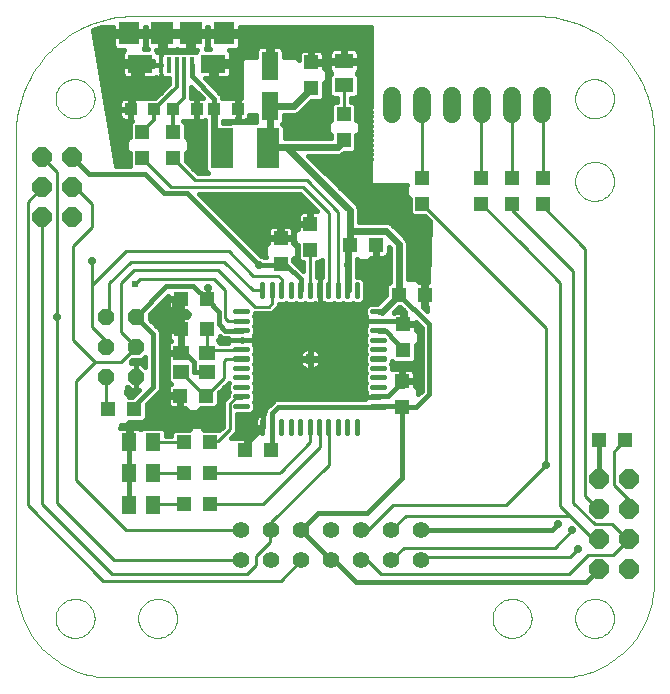
<source format=gtl>
G75*
%MOIN*%
%OFA0B0*%
%FSLAX24Y24*%
%IPPOS*%
%LPD*%
%AMOC8*
5,1,8,0,0,1.08239X$1,22.5*
%
%ADD10C,0.0000*%
%ADD11R,0.0472X0.0472*%
%ADD12R,0.0630X0.0512*%
%ADD13OC8,0.0650*%
%ADD14R,0.0551X0.0945*%
%ADD15C,0.0142*%
%ADD16C,0.0394*%
%ADD17R,0.0157X0.0531*%
%ADD18R,0.0709X0.0748*%
%ADD19R,0.0827X0.0630*%
%ADD20R,0.0748X0.0748*%
%ADD21R,0.0748X0.1339*%
%ADD22R,0.0394X0.0394*%
%ADD23R,0.0551X0.0472*%
%ADD24C,0.0600*%
%ADD25OC8,0.0535*%
%ADD26C,0.0554*%
%ADD27R,0.0512X0.0630*%
%ADD28C,0.0100*%
%ADD29C,0.0240*%
%ADD30C,0.0320*%
%ADD31C,0.0240*%
%ADD32C,0.0277*%
%ADD33C,0.0160*%
%ADD34C,0.0120*%
D10*
X007744Y006169D02*
X022705Y006169D01*
X023236Y008138D02*
X023238Y008188D01*
X023244Y008238D01*
X023254Y008288D01*
X023267Y008336D01*
X023284Y008384D01*
X023305Y008430D01*
X023329Y008474D01*
X023357Y008516D01*
X023388Y008556D01*
X023422Y008593D01*
X023459Y008628D01*
X023498Y008659D01*
X023539Y008688D01*
X023583Y008713D01*
X023629Y008735D01*
X023676Y008753D01*
X023724Y008767D01*
X023773Y008778D01*
X023823Y008785D01*
X023873Y008788D01*
X023924Y008787D01*
X023974Y008782D01*
X024024Y008773D01*
X024072Y008761D01*
X024120Y008744D01*
X024166Y008724D01*
X024211Y008701D01*
X024254Y008674D01*
X024294Y008644D01*
X024332Y008611D01*
X024367Y008575D01*
X024400Y008536D01*
X024429Y008495D01*
X024455Y008452D01*
X024478Y008407D01*
X024497Y008360D01*
X024512Y008312D01*
X024524Y008263D01*
X024532Y008213D01*
X024536Y008163D01*
X024536Y008113D01*
X024532Y008063D01*
X024524Y008013D01*
X024512Y007964D01*
X024497Y007916D01*
X024478Y007869D01*
X024455Y007824D01*
X024429Y007781D01*
X024400Y007740D01*
X024367Y007701D01*
X024332Y007665D01*
X024294Y007632D01*
X024254Y007602D01*
X024211Y007575D01*
X024166Y007552D01*
X024120Y007532D01*
X024072Y007515D01*
X024024Y007503D01*
X023974Y007494D01*
X023924Y007489D01*
X023873Y007488D01*
X023823Y007491D01*
X023773Y007498D01*
X023724Y007509D01*
X023676Y007523D01*
X023629Y007541D01*
X023583Y007563D01*
X023539Y007588D01*
X023498Y007617D01*
X023459Y007648D01*
X023422Y007683D01*
X023388Y007720D01*
X023357Y007760D01*
X023329Y007802D01*
X023305Y007846D01*
X023284Y007892D01*
X023267Y007940D01*
X023254Y007988D01*
X023244Y008038D01*
X023238Y008088D01*
X023236Y008138D01*
X022705Y006169D02*
X022815Y006171D01*
X022925Y006177D01*
X023034Y006186D01*
X023143Y006200D01*
X023252Y006217D01*
X023360Y006238D01*
X023467Y006263D01*
X023573Y006291D01*
X023678Y006323D01*
X023782Y006359D01*
X023885Y006398D01*
X023986Y006441D01*
X024086Y006488D01*
X024184Y006538D01*
X024280Y006591D01*
X024374Y006648D01*
X024466Y006708D01*
X024557Y006771D01*
X024644Y006837D01*
X024730Y006906D01*
X024813Y006978D01*
X024893Y007053D01*
X024971Y007131D01*
X025046Y007211D01*
X025118Y007294D01*
X025187Y007380D01*
X025253Y007467D01*
X025316Y007558D01*
X025376Y007650D01*
X025433Y007744D01*
X025486Y007840D01*
X025536Y007938D01*
X025583Y008038D01*
X025626Y008139D01*
X025665Y008242D01*
X025701Y008346D01*
X025733Y008451D01*
X025761Y008557D01*
X025786Y008664D01*
X025807Y008772D01*
X025824Y008881D01*
X025838Y008990D01*
X025847Y009099D01*
X025853Y009209D01*
X025855Y009319D01*
X025854Y009319D02*
X025854Y013059D01*
X025854Y019870D01*
X025854Y024280D01*
X023236Y025461D02*
X023238Y025511D01*
X023244Y025561D01*
X023254Y025611D01*
X023267Y025659D01*
X023284Y025707D01*
X023305Y025753D01*
X023329Y025797D01*
X023357Y025839D01*
X023388Y025879D01*
X023422Y025916D01*
X023459Y025951D01*
X023498Y025982D01*
X023539Y026011D01*
X023583Y026036D01*
X023629Y026058D01*
X023676Y026076D01*
X023724Y026090D01*
X023773Y026101D01*
X023823Y026108D01*
X023873Y026111D01*
X023924Y026110D01*
X023974Y026105D01*
X024024Y026096D01*
X024072Y026084D01*
X024120Y026067D01*
X024166Y026047D01*
X024211Y026024D01*
X024254Y025997D01*
X024294Y025967D01*
X024332Y025934D01*
X024367Y025898D01*
X024400Y025859D01*
X024429Y025818D01*
X024455Y025775D01*
X024478Y025730D01*
X024497Y025683D01*
X024512Y025635D01*
X024524Y025586D01*
X024532Y025536D01*
X024536Y025486D01*
X024536Y025436D01*
X024532Y025386D01*
X024524Y025336D01*
X024512Y025287D01*
X024497Y025239D01*
X024478Y025192D01*
X024455Y025147D01*
X024429Y025104D01*
X024400Y025063D01*
X024367Y025024D01*
X024332Y024988D01*
X024294Y024955D01*
X024254Y024925D01*
X024211Y024898D01*
X024166Y024875D01*
X024120Y024855D01*
X024072Y024838D01*
X024024Y024826D01*
X023974Y024817D01*
X023924Y024812D01*
X023873Y024811D01*
X023823Y024814D01*
X023773Y024821D01*
X023724Y024832D01*
X023676Y024846D01*
X023629Y024864D01*
X023583Y024886D01*
X023539Y024911D01*
X023498Y024940D01*
X023459Y024971D01*
X023422Y025006D01*
X023388Y025043D01*
X023357Y025083D01*
X023329Y025125D01*
X023305Y025169D01*
X023284Y025215D01*
X023267Y025263D01*
X023254Y025311D01*
X023244Y025361D01*
X023238Y025411D01*
X023236Y025461D01*
X025854Y024280D02*
X025852Y024404D01*
X025846Y024527D01*
X025837Y024651D01*
X025823Y024773D01*
X025806Y024896D01*
X025784Y025018D01*
X025759Y025139D01*
X025730Y025259D01*
X025698Y025378D01*
X025661Y025497D01*
X025621Y025614D01*
X025578Y025729D01*
X025530Y025844D01*
X025479Y025956D01*
X025425Y026067D01*
X025367Y026177D01*
X025306Y026284D01*
X025241Y026390D01*
X025173Y026493D01*
X025102Y026594D01*
X025028Y026693D01*
X024951Y026790D01*
X024870Y026884D01*
X024787Y026975D01*
X024701Y027064D01*
X024612Y027150D01*
X024521Y027233D01*
X024427Y027314D01*
X024330Y027391D01*
X024231Y027465D01*
X024130Y027536D01*
X024027Y027604D01*
X023921Y027669D01*
X023814Y027730D01*
X023704Y027788D01*
X023593Y027842D01*
X023481Y027893D01*
X023366Y027941D01*
X023251Y027984D01*
X023134Y028024D01*
X023015Y028061D01*
X022896Y028093D01*
X022776Y028122D01*
X022655Y028147D01*
X022533Y028169D01*
X022410Y028186D01*
X022288Y028200D01*
X022164Y028209D01*
X022041Y028215D01*
X021917Y028217D01*
X018020Y028217D01*
X017980Y028217D01*
X012469Y028217D01*
X008531Y028217D01*
X005913Y025461D02*
X005915Y025511D01*
X005921Y025561D01*
X005931Y025611D01*
X005944Y025659D01*
X005961Y025707D01*
X005982Y025753D01*
X006006Y025797D01*
X006034Y025839D01*
X006065Y025879D01*
X006099Y025916D01*
X006136Y025951D01*
X006175Y025982D01*
X006216Y026011D01*
X006260Y026036D01*
X006306Y026058D01*
X006353Y026076D01*
X006401Y026090D01*
X006450Y026101D01*
X006500Y026108D01*
X006550Y026111D01*
X006601Y026110D01*
X006651Y026105D01*
X006701Y026096D01*
X006749Y026084D01*
X006797Y026067D01*
X006843Y026047D01*
X006888Y026024D01*
X006931Y025997D01*
X006971Y025967D01*
X007009Y025934D01*
X007044Y025898D01*
X007077Y025859D01*
X007106Y025818D01*
X007132Y025775D01*
X007155Y025730D01*
X007174Y025683D01*
X007189Y025635D01*
X007201Y025586D01*
X007209Y025536D01*
X007213Y025486D01*
X007213Y025436D01*
X007209Y025386D01*
X007201Y025336D01*
X007189Y025287D01*
X007174Y025239D01*
X007155Y025192D01*
X007132Y025147D01*
X007106Y025104D01*
X007077Y025063D01*
X007044Y025024D01*
X007009Y024988D01*
X006971Y024955D01*
X006931Y024925D01*
X006888Y024898D01*
X006843Y024875D01*
X006797Y024855D01*
X006749Y024838D01*
X006701Y024826D01*
X006651Y024817D01*
X006601Y024812D01*
X006550Y024811D01*
X006500Y024814D01*
X006450Y024821D01*
X006401Y024832D01*
X006353Y024846D01*
X006306Y024864D01*
X006260Y024886D01*
X006216Y024911D01*
X006175Y024940D01*
X006136Y024971D01*
X006099Y025006D01*
X006065Y025043D01*
X006034Y025083D01*
X006006Y025125D01*
X005982Y025169D01*
X005961Y025215D01*
X005944Y025263D01*
X005931Y025311D01*
X005921Y025361D01*
X005915Y025411D01*
X005913Y025461D01*
X004594Y024280D02*
X004594Y009319D01*
X005913Y008138D02*
X005915Y008188D01*
X005921Y008238D01*
X005931Y008288D01*
X005944Y008336D01*
X005961Y008384D01*
X005982Y008430D01*
X006006Y008474D01*
X006034Y008516D01*
X006065Y008556D01*
X006099Y008593D01*
X006136Y008628D01*
X006175Y008659D01*
X006216Y008688D01*
X006260Y008713D01*
X006306Y008735D01*
X006353Y008753D01*
X006401Y008767D01*
X006450Y008778D01*
X006500Y008785D01*
X006550Y008788D01*
X006601Y008787D01*
X006651Y008782D01*
X006701Y008773D01*
X006749Y008761D01*
X006797Y008744D01*
X006843Y008724D01*
X006888Y008701D01*
X006931Y008674D01*
X006971Y008644D01*
X007009Y008611D01*
X007044Y008575D01*
X007077Y008536D01*
X007106Y008495D01*
X007132Y008452D01*
X007155Y008407D01*
X007174Y008360D01*
X007189Y008312D01*
X007201Y008263D01*
X007209Y008213D01*
X007213Y008163D01*
X007213Y008113D01*
X007209Y008063D01*
X007201Y008013D01*
X007189Y007964D01*
X007174Y007916D01*
X007155Y007869D01*
X007132Y007824D01*
X007106Y007781D01*
X007077Y007740D01*
X007044Y007701D01*
X007009Y007665D01*
X006971Y007632D01*
X006931Y007602D01*
X006888Y007575D01*
X006843Y007552D01*
X006797Y007532D01*
X006749Y007515D01*
X006701Y007503D01*
X006651Y007494D01*
X006601Y007489D01*
X006550Y007488D01*
X006500Y007491D01*
X006450Y007498D01*
X006401Y007509D01*
X006353Y007523D01*
X006306Y007541D01*
X006260Y007563D01*
X006216Y007588D01*
X006175Y007617D01*
X006136Y007648D01*
X006099Y007683D01*
X006065Y007720D01*
X006034Y007760D01*
X006006Y007802D01*
X005982Y007846D01*
X005961Y007892D01*
X005944Y007940D01*
X005931Y007988D01*
X005921Y008038D01*
X005915Y008088D01*
X005913Y008138D01*
X004594Y009319D02*
X004596Y009209D01*
X004602Y009099D01*
X004611Y008990D01*
X004625Y008881D01*
X004642Y008772D01*
X004663Y008664D01*
X004688Y008557D01*
X004716Y008451D01*
X004748Y008346D01*
X004784Y008242D01*
X004823Y008139D01*
X004866Y008038D01*
X004913Y007938D01*
X004963Y007840D01*
X005016Y007744D01*
X005073Y007650D01*
X005133Y007558D01*
X005196Y007467D01*
X005262Y007380D01*
X005331Y007294D01*
X005403Y007211D01*
X005478Y007131D01*
X005556Y007053D01*
X005636Y006978D01*
X005719Y006906D01*
X005805Y006837D01*
X005892Y006771D01*
X005983Y006708D01*
X006075Y006648D01*
X006169Y006591D01*
X006265Y006538D01*
X006363Y006488D01*
X006463Y006441D01*
X006564Y006398D01*
X006667Y006359D01*
X006771Y006323D01*
X006876Y006291D01*
X006982Y006263D01*
X007089Y006238D01*
X007197Y006217D01*
X007306Y006200D01*
X007415Y006186D01*
X007524Y006177D01*
X007634Y006171D01*
X007744Y006169D01*
X008669Y008138D02*
X008671Y008188D01*
X008677Y008238D01*
X008687Y008288D01*
X008700Y008336D01*
X008717Y008384D01*
X008738Y008430D01*
X008762Y008474D01*
X008790Y008516D01*
X008821Y008556D01*
X008855Y008593D01*
X008892Y008628D01*
X008931Y008659D01*
X008972Y008688D01*
X009016Y008713D01*
X009062Y008735D01*
X009109Y008753D01*
X009157Y008767D01*
X009206Y008778D01*
X009256Y008785D01*
X009306Y008788D01*
X009357Y008787D01*
X009407Y008782D01*
X009457Y008773D01*
X009505Y008761D01*
X009553Y008744D01*
X009599Y008724D01*
X009644Y008701D01*
X009687Y008674D01*
X009727Y008644D01*
X009765Y008611D01*
X009800Y008575D01*
X009833Y008536D01*
X009862Y008495D01*
X009888Y008452D01*
X009911Y008407D01*
X009930Y008360D01*
X009945Y008312D01*
X009957Y008263D01*
X009965Y008213D01*
X009969Y008163D01*
X009969Y008113D01*
X009965Y008063D01*
X009957Y008013D01*
X009945Y007964D01*
X009930Y007916D01*
X009911Y007869D01*
X009888Y007824D01*
X009862Y007781D01*
X009833Y007740D01*
X009800Y007701D01*
X009765Y007665D01*
X009727Y007632D01*
X009687Y007602D01*
X009644Y007575D01*
X009599Y007552D01*
X009553Y007532D01*
X009505Y007515D01*
X009457Y007503D01*
X009407Y007494D01*
X009357Y007489D01*
X009306Y007488D01*
X009256Y007491D01*
X009206Y007498D01*
X009157Y007509D01*
X009109Y007523D01*
X009062Y007541D01*
X009016Y007563D01*
X008972Y007588D01*
X008931Y007617D01*
X008892Y007648D01*
X008855Y007683D01*
X008821Y007720D01*
X008790Y007760D01*
X008762Y007802D01*
X008738Y007846D01*
X008717Y007892D01*
X008700Y007940D01*
X008687Y007988D01*
X008677Y008038D01*
X008671Y008088D01*
X008669Y008138D01*
X020480Y008138D02*
X020482Y008188D01*
X020488Y008238D01*
X020498Y008288D01*
X020511Y008336D01*
X020528Y008384D01*
X020549Y008430D01*
X020573Y008474D01*
X020601Y008516D01*
X020632Y008556D01*
X020666Y008593D01*
X020703Y008628D01*
X020742Y008659D01*
X020783Y008688D01*
X020827Y008713D01*
X020873Y008735D01*
X020920Y008753D01*
X020968Y008767D01*
X021017Y008778D01*
X021067Y008785D01*
X021117Y008788D01*
X021168Y008787D01*
X021218Y008782D01*
X021268Y008773D01*
X021316Y008761D01*
X021364Y008744D01*
X021410Y008724D01*
X021455Y008701D01*
X021498Y008674D01*
X021538Y008644D01*
X021576Y008611D01*
X021611Y008575D01*
X021644Y008536D01*
X021673Y008495D01*
X021699Y008452D01*
X021722Y008407D01*
X021741Y008360D01*
X021756Y008312D01*
X021768Y008263D01*
X021776Y008213D01*
X021780Y008163D01*
X021780Y008113D01*
X021776Y008063D01*
X021768Y008013D01*
X021756Y007964D01*
X021741Y007916D01*
X021722Y007869D01*
X021699Y007824D01*
X021673Y007781D01*
X021644Y007740D01*
X021611Y007701D01*
X021576Y007665D01*
X021538Y007632D01*
X021498Y007602D01*
X021455Y007575D01*
X021410Y007552D01*
X021364Y007532D01*
X021316Y007515D01*
X021268Y007503D01*
X021218Y007494D01*
X021168Y007489D01*
X021117Y007488D01*
X021067Y007491D01*
X021017Y007498D01*
X020968Y007509D01*
X020920Y007523D01*
X020873Y007541D01*
X020827Y007563D01*
X020783Y007588D01*
X020742Y007617D01*
X020703Y007648D01*
X020666Y007683D01*
X020632Y007720D01*
X020601Y007760D01*
X020573Y007802D01*
X020549Y007846D01*
X020528Y007892D01*
X020511Y007940D01*
X020498Y007988D01*
X020488Y008038D01*
X020482Y008088D01*
X020480Y008138D01*
X023236Y022705D02*
X023238Y022755D01*
X023244Y022805D01*
X023254Y022855D01*
X023267Y022903D01*
X023284Y022951D01*
X023305Y022997D01*
X023329Y023041D01*
X023357Y023083D01*
X023388Y023123D01*
X023422Y023160D01*
X023459Y023195D01*
X023498Y023226D01*
X023539Y023255D01*
X023583Y023280D01*
X023629Y023302D01*
X023676Y023320D01*
X023724Y023334D01*
X023773Y023345D01*
X023823Y023352D01*
X023873Y023355D01*
X023924Y023354D01*
X023974Y023349D01*
X024024Y023340D01*
X024072Y023328D01*
X024120Y023311D01*
X024166Y023291D01*
X024211Y023268D01*
X024254Y023241D01*
X024294Y023211D01*
X024332Y023178D01*
X024367Y023142D01*
X024400Y023103D01*
X024429Y023062D01*
X024455Y023019D01*
X024478Y022974D01*
X024497Y022927D01*
X024512Y022879D01*
X024524Y022830D01*
X024532Y022780D01*
X024536Y022730D01*
X024536Y022680D01*
X024532Y022630D01*
X024524Y022580D01*
X024512Y022531D01*
X024497Y022483D01*
X024478Y022436D01*
X024455Y022391D01*
X024429Y022348D01*
X024400Y022307D01*
X024367Y022268D01*
X024332Y022232D01*
X024294Y022199D01*
X024254Y022169D01*
X024211Y022142D01*
X024166Y022119D01*
X024120Y022099D01*
X024072Y022082D01*
X024024Y022070D01*
X023974Y022061D01*
X023924Y022056D01*
X023873Y022055D01*
X023823Y022058D01*
X023773Y022065D01*
X023724Y022076D01*
X023676Y022090D01*
X023629Y022108D01*
X023583Y022130D01*
X023539Y022155D01*
X023498Y022184D01*
X023459Y022215D01*
X023422Y022250D01*
X023388Y022287D01*
X023357Y022327D01*
X023329Y022369D01*
X023305Y022413D01*
X023284Y022459D01*
X023267Y022507D01*
X023254Y022555D01*
X023244Y022605D01*
X023238Y022655D01*
X023236Y022705D01*
X008531Y028217D02*
X008407Y028215D01*
X008284Y028209D01*
X008160Y028200D01*
X008038Y028186D01*
X007915Y028169D01*
X007793Y028147D01*
X007672Y028122D01*
X007552Y028093D01*
X007433Y028061D01*
X007314Y028024D01*
X007197Y027984D01*
X007082Y027941D01*
X006967Y027893D01*
X006855Y027842D01*
X006744Y027788D01*
X006634Y027730D01*
X006527Y027669D01*
X006421Y027604D01*
X006318Y027536D01*
X006217Y027465D01*
X006118Y027391D01*
X006021Y027314D01*
X005927Y027233D01*
X005836Y027150D01*
X005747Y027064D01*
X005661Y026975D01*
X005578Y026884D01*
X005497Y026790D01*
X005420Y026693D01*
X005346Y026594D01*
X005275Y026493D01*
X005207Y026390D01*
X005142Y026284D01*
X005081Y026177D01*
X005023Y026067D01*
X004969Y025956D01*
X004918Y025844D01*
X004870Y025729D01*
X004827Y025614D01*
X004787Y025497D01*
X004750Y025378D01*
X004718Y025259D01*
X004689Y025139D01*
X004664Y025018D01*
X004642Y024896D01*
X004625Y024773D01*
X004611Y024651D01*
X004602Y024527D01*
X004596Y024404D01*
X004594Y024280D01*
D11*
X008807Y024344D03*
X008807Y023477D03*
X009831Y023477D03*
X009831Y024344D03*
X013413Y020815D03*
X013413Y019949D03*
X014398Y020421D03*
X014398Y021287D03*
X015736Y020579D03*
X016602Y020579D03*
X017350Y018925D03*
X018217Y018925D03*
X017508Y017941D03*
X017508Y017075D03*
X017469Y016051D03*
X017469Y015185D03*
X013103Y013748D03*
X012237Y013748D03*
X011051Y014004D03*
X010185Y014004D03*
X010185Y012980D03*
X011051Y012980D03*
X011051Y011957D03*
X010185Y011957D03*
X008531Y015116D03*
X007665Y015116D03*
X010067Y015564D03*
X010933Y015564D03*
X010972Y017769D03*
X010106Y017769D03*
X010087Y018787D03*
X010953Y018787D03*
X015520Y024073D03*
X015520Y024939D03*
X014435Y025805D03*
X014435Y026671D03*
X018138Y022823D03*
X018138Y021957D03*
X020106Y021957D03*
X020106Y022823D03*
X021130Y022823D03*
X021130Y021957D03*
X022154Y021957D03*
X022154Y022823D03*
X024043Y014083D03*
X024909Y014083D03*
D12*
X015530Y025918D03*
X015530Y026706D03*
D13*
X006472Y023508D03*
X006472Y022508D03*
X005472Y022508D03*
X005472Y023508D03*
X005472Y021508D03*
X006472Y021508D03*
X024016Y012787D03*
X024016Y011787D03*
X024016Y010787D03*
X024016Y009787D03*
X025016Y009787D03*
X025016Y010787D03*
X025016Y011787D03*
X025016Y012787D03*
D14*
X013059Y025224D03*
X013059Y026563D03*
D15*
X013121Y019272D02*
X013121Y018864D01*
X013121Y019272D02*
X013155Y019272D01*
X013155Y018864D01*
X013121Y018864D01*
X013121Y019005D02*
X013155Y019005D01*
X013155Y019146D02*
X013121Y019146D01*
X012806Y019272D02*
X012806Y018864D01*
X012806Y019272D02*
X012840Y019272D01*
X012840Y018864D01*
X012806Y018864D01*
X012806Y019005D02*
X012840Y019005D01*
X012840Y019146D02*
X012806Y019146D01*
X013436Y019272D02*
X013436Y018864D01*
X013436Y019272D02*
X013470Y019272D01*
X013470Y018864D01*
X013436Y018864D01*
X013436Y019005D02*
X013470Y019005D01*
X013470Y019146D02*
X013436Y019146D01*
X013751Y019272D02*
X013751Y018864D01*
X013751Y019272D02*
X013785Y019272D01*
X013785Y018864D01*
X013751Y018864D01*
X013751Y019005D02*
X013785Y019005D01*
X013785Y019146D02*
X013751Y019146D01*
X014066Y019272D02*
X014066Y018864D01*
X014066Y019272D02*
X014100Y019272D01*
X014100Y018864D01*
X014066Y018864D01*
X014066Y019005D02*
X014100Y019005D01*
X014100Y019146D02*
X014066Y019146D01*
X014381Y019272D02*
X014381Y018864D01*
X014381Y019272D02*
X014415Y019272D01*
X014415Y018864D01*
X014381Y018864D01*
X014381Y019005D02*
X014415Y019005D01*
X014415Y019146D02*
X014381Y019146D01*
X014696Y019272D02*
X014696Y018864D01*
X014696Y019272D02*
X014730Y019272D01*
X014730Y018864D01*
X014696Y018864D01*
X014696Y019005D02*
X014730Y019005D01*
X014730Y019146D02*
X014696Y019146D01*
X015011Y019272D02*
X015011Y018864D01*
X015011Y019272D02*
X015045Y019272D01*
X015045Y018864D01*
X015011Y018864D01*
X015011Y019005D02*
X015045Y019005D01*
X015045Y019146D02*
X015011Y019146D01*
X015326Y019272D02*
X015326Y018864D01*
X015326Y019272D02*
X015360Y019272D01*
X015360Y018864D01*
X015326Y018864D01*
X015326Y019005D02*
X015360Y019005D01*
X015360Y019146D02*
X015326Y019146D01*
X015640Y019272D02*
X015640Y018864D01*
X015640Y019272D02*
X015674Y019272D01*
X015674Y018864D01*
X015640Y018864D01*
X015640Y019005D02*
X015674Y019005D01*
X015674Y019146D02*
X015640Y019146D01*
X015955Y019272D02*
X015955Y018864D01*
X015955Y019272D02*
X015989Y019272D01*
X015989Y018864D01*
X015955Y018864D01*
X015955Y019005D02*
X015989Y019005D01*
X015989Y019146D02*
X015955Y019146D01*
X016477Y018376D02*
X016477Y018342D01*
X016477Y018376D02*
X016885Y018376D01*
X016885Y018342D01*
X016477Y018342D01*
X016477Y018061D02*
X016477Y018027D01*
X016477Y018061D02*
X016885Y018061D01*
X016885Y018027D01*
X016477Y018027D01*
X016477Y017746D02*
X016477Y017712D01*
X016477Y017746D02*
X016885Y017746D01*
X016885Y017712D01*
X016477Y017712D01*
X016477Y017431D02*
X016477Y017397D01*
X016477Y017431D02*
X016885Y017431D01*
X016885Y017397D01*
X016477Y017397D01*
X016477Y017116D02*
X016477Y017082D01*
X016477Y017116D02*
X016885Y017116D01*
X016885Y017082D01*
X016477Y017082D01*
X016477Y016801D02*
X016477Y016767D01*
X016477Y016801D02*
X016885Y016801D01*
X016885Y016767D01*
X016477Y016767D01*
X016477Y016486D02*
X016477Y016452D01*
X016477Y016486D02*
X016885Y016486D01*
X016885Y016452D01*
X016477Y016452D01*
X016477Y016172D02*
X016477Y016138D01*
X016477Y016172D02*
X016885Y016172D01*
X016885Y016138D01*
X016477Y016138D01*
X016477Y015857D02*
X016477Y015823D01*
X016477Y015857D02*
X016885Y015857D01*
X016885Y015823D01*
X016477Y015823D01*
X016477Y015542D02*
X016477Y015508D01*
X016477Y015542D02*
X016885Y015542D01*
X016885Y015508D01*
X016477Y015508D01*
X016477Y015227D02*
X016477Y015193D01*
X016477Y015227D02*
X016885Y015227D01*
X016885Y015193D01*
X016477Y015193D01*
X015955Y014705D02*
X015955Y014297D01*
X015955Y014705D02*
X015989Y014705D01*
X015989Y014297D01*
X015955Y014297D01*
X015955Y014438D02*
X015989Y014438D01*
X015989Y014579D02*
X015955Y014579D01*
X015640Y014705D02*
X015640Y014297D01*
X015640Y014705D02*
X015674Y014705D01*
X015674Y014297D01*
X015640Y014297D01*
X015640Y014438D02*
X015674Y014438D01*
X015674Y014579D02*
X015640Y014579D01*
X015326Y014705D02*
X015326Y014297D01*
X015326Y014705D02*
X015360Y014705D01*
X015360Y014297D01*
X015326Y014297D01*
X015326Y014438D02*
X015360Y014438D01*
X015360Y014579D02*
X015326Y014579D01*
X015011Y014705D02*
X015011Y014297D01*
X015011Y014705D02*
X015045Y014705D01*
X015045Y014297D01*
X015011Y014297D01*
X015011Y014438D02*
X015045Y014438D01*
X015045Y014579D02*
X015011Y014579D01*
X014696Y014705D02*
X014696Y014297D01*
X014696Y014705D02*
X014730Y014705D01*
X014730Y014297D01*
X014696Y014297D01*
X014696Y014438D02*
X014730Y014438D01*
X014730Y014579D02*
X014696Y014579D01*
X014381Y014705D02*
X014381Y014297D01*
X014381Y014705D02*
X014415Y014705D01*
X014415Y014297D01*
X014381Y014297D01*
X014381Y014438D02*
X014415Y014438D01*
X014415Y014579D02*
X014381Y014579D01*
X014066Y014705D02*
X014066Y014297D01*
X014066Y014705D02*
X014100Y014705D01*
X014100Y014297D01*
X014066Y014297D01*
X014066Y014438D02*
X014100Y014438D01*
X014100Y014579D02*
X014066Y014579D01*
X013751Y014705D02*
X013751Y014297D01*
X013751Y014705D02*
X013785Y014705D01*
X013785Y014297D01*
X013751Y014297D01*
X013751Y014438D02*
X013785Y014438D01*
X013785Y014579D02*
X013751Y014579D01*
X013436Y014705D02*
X013436Y014297D01*
X013436Y014705D02*
X013470Y014705D01*
X013470Y014297D01*
X013436Y014297D01*
X013436Y014438D02*
X013470Y014438D01*
X013470Y014579D02*
X013436Y014579D01*
X013121Y014705D02*
X013121Y014297D01*
X013121Y014705D02*
X013155Y014705D01*
X013155Y014297D01*
X013121Y014297D01*
X013121Y014438D02*
X013155Y014438D01*
X013155Y014579D02*
X013121Y014579D01*
X012806Y014705D02*
X012806Y014297D01*
X012806Y014705D02*
X012840Y014705D01*
X012840Y014297D01*
X012806Y014297D01*
X012806Y014438D02*
X012840Y014438D01*
X012840Y014579D02*
X012806Y014579D01*
X011910Y015193D02*
X011910Y015227D01*
X012318Y015227D01*
X012318Y015193D01*
X011910Y015193D01*
X011910Y015508D02*
X011910Y015542D01*
X012318Y015542D01*
X012318Y015508D01*
X011910Y015508D01*
X011910Y015823D02*
X011910Y015857D01*
X012318Y015857D01*
X012318Y015823D01*
X011910Y015823D01*
X011910Y016138D02*
X011910Y016172D01*
X012318Y016172D01*
X012318Y016138D01*
X011910Y016138D01*
X011910Y016452D02*
X011910Y016486D01*
X012318Y016486D01*
X012318Y016452D01*
X011910Y016452D01*
X011910Y016767D02*
X011910Y016801D01*
X012318Y016801D01*
X012318Y016767D01*
X011910Y016767D01*
X011910Y017082D02*
X011910Y017116D01*
X012318Y017116D01*
X012318Y017082D01*
X011910Y017082D01*
X011910Y017397D02*
X011910Y017431D01*
X012318Y017431D01*
X012318Y017397D01*
X011910Y017397D01*
X011910Y017712D02*
X011910Y017746D01*
X012318Y017746D01*
X012318Y017712D01*
X011910Y017712D01*
X011910Y018027D02*
X011910Y018061D01*
X012318Y018061D01*
X012318Y018027D01*
X011910Y018027D01*
X011910Y018342D02*
X011910Y018376D01*
X012318Y018376D01*
X012318Y018342D01*
X011910Y018342D01*
D16*
X014398Y016784D03*
D17*
X010461Y026583D03*
X010205Y026583D03*
X009949Y026583D03*
X009693Y026583D03*
X009437Y026583D03*
D18*
X008374Y027636D03*
X011524Y027636D03*
D19*
X011169Y026632D03*
X008728Y026632D03*
D20*
X009476Y027636D03*
X010421Y027636D03*
D21*
X011465Y023807D03*
X013000Y023807D03*
D22*
X011996Y025106D03*
X011209Y025106D03*
X010618Y025106D03*
X009831Y025106D03*
X009201Y025106D03*
X008413Y025106D03*
D23*
X010106Y016996D03*
X010106Y016366D03*
X010972Y016366D03*
X010972Y016996D03*
D24*
X017134Y024960D02*
X017134Y025560D01*
X018134Y025560D02*
X018134Y024960D01*
X019134Y024960D02*
X019134Y025560D01*
X020134Y025560D02*
X020134Y024960D01*
X021134Y024960D02*
X021134Y025560D01*
X022134Y025560D02*
X022134Y024960D01*
D25*
X008598Y018193D03*
X007598Y018193D03*
X007598Y017193D03*
X008598Y017193D03*
X008598Y016193D03*
X007598Y016193D03*
D26*
X012106Y011091D03*
X012106Y010091D03*
X013106Y010091D03*
X013106Y011091D03*
X014106Y011091D03*
X015106Y011091D03*
X015106Y010091D03*
X014106Y010091D03*
X016106Y010091D03*
X016106Y011091D03*
X017106Y011091D03*
X017106Y010091D03*
X018106Y010091D03*
X018106Y011091D03*
D27*
X009161Y011917D03*
X008374Y011917D03*
X008374Y012980D03*
X009161Y012980D03*
X009161Y014004D03*
X008374Y014004D03*
D28*
X009161Y014004D02*
X010185Y014004D01*
X011051Y014004D02*
X011091Y014043D01*
X011327Y014043D01*
X011720Y014437D01*
X011720Y015303D01*
X011917Y015500D01*
X012114Y015500D01*
X012114Y015525D01*
X011524Y016155D02*
X010933Y015564D01*
X010908Y015564D01*
X010106Y016366D01*
X010972Y016996D02*
X011076Y017099D01*
X012114Y017099D01*
X012114Y016784D02*
X011588Y016784D01*
X011524Y016720D01*
X011524Y016155D01*
X010972Y016996D02*
X010972Y017783D01*
X010972Y017769D01*
X011563Y018138D02*
X011563Y019083D01*
X011209Y019437D01*
X009516Y019437D01*
X008728Y019437D01*
X008571Y019280D01*
X008531Y019752D02*
X008610Y019752D01*
X011327Y019752D01*
X011720Y019358D01*
X012547Y018531D01*
X012705Y018531D01*
X013020Y018531D01*
X013138Y018650D01*
X013138Y019068D01*
X013453Y019068D02*
X013453Y019437D01*
X013335Y019555D01*
X012508Y019555D01*
X011681Y020382D01*
X008256Y020382D01*
X007114Y019240D01*
X007114Y019161D01*
X007114Y020067D01*
X006484Y020539D02*
X007114Y021169D01*
X007114Y021957D01*
X006563Y022508D01*
X006472Y022508D01*
X005972Y023008D02*
X005972Y018728D01*
X005972Y018177D01*
X005972Y014358D01*
X005972Y011980D01*
X007862Y010091D01*
X007839Y010091D01*
X007862Y010091D02*
X010161Y010091D01*
X012106Y010091D01*
X012587Y010224D02*
X012587Y009909D01*
X012311Y009634D01*
X010028Y009634D01*
X007783Y009634D01*
X005461Y011957D01*
X005461Y014476D01*
X005461Y021496D01*
X005500Y021524D01*
X005472Y021508D01*
X004988Y022024D02*
X005472Y022508D01*
X004988Y022024D02*
X004988Y014201D01*
X004988Y014004D01*
X004988Y011917D01*
X007508Y009398D01*
X009594Y009398D01*
X012350Y009398D01*
X013413Y009398D01*
X014106Y010091D01*
X013106Y011091D02*
X013106Y011335D01*
X015028Y013256D01*
X015028Y014501D01*
X014713Y014476D02*
X014713Y014501D01*
X014713Y014476D02*
X014713Y013846D01*
X012862Y011996D01*
X012823Y011957D01*
X011051Y011957D01*
X010185Y011957D02*
X009161Y011957D01*
X009161Y012980D02*
X010185Y012980D01*
X011051Y012980D02*
X013374Y012980D01*
X013413Y013020D01*
X014398Y014004D01*
X014398Y014476D01*
X014398Y014501D01*
X017154Y011917D02*
X020933Y011917D01*
X022272Y013256D01*
X022272Y017823D01*
X018138Y021957D01*
X018138Y022823D02*
X018138Y025224D01*
X018134Y025260D01*
X020106Y025224D02*
X020106Y022823D01*
X020106Y021957D02*
X021484Y020579D01*
X022744Y019319D01*
X022744Y011878D01*
X023059Y011563D01*
X017579Y011563D01*
X017106Y011091D01*
X017516Y010500D02*
X021996Y010500D01*
X022547Y010500D01*
X023138Y011091D01*
X023059Y011563D02*
X023807Y010815D01*
X024004Y010815D01*
X024016Y010787D01*
X023886Y011287D02*
X024476Y011287D01*
X024976Y010787D01*
X025016Y010787D01*
X024492Y010264D01*
X023650Y010264D01*
X023020Y009634D01*
X016760Y009634D01*
X016303Y010091D01*
X016106Y010091D01*
X016106Y011091D02*
X016327Y011091D01*
X017154Y011917D01*
X017516Y010500D02*
X017106Y010091D01*
X018106Y010091D02*
X018201Y010185D01*
X023059Y010185D01*
X023335Y010461D01*
X023886Y011287D02*
X023177Y011996D01*
X023177Y019713D01*
X021130Y021760D01*
X021130Y021957D01*
X021130Y022823D02*
X021130Y025224D01*
X021134Y025260D01*
X020134Y025260D02*
X020106Y025224D01*
X022134Y025260D02*
X022154Y025224D01*
X022154Y022823D01*
X022154Y021957D02*
X022154Y021878D01*
X023571Y020461D01*
X023571Y012232D01*
X024004Y011799D01*
X024016Y011787D01*
X024516Y012587D02*
X025016Y012087D01*
X025016Y011787D01*
X024988Y011799D01*
X024516Y012587D02*
X024516Y013689D01*
X024634Y013807D01*
X024909Y014083D01*
X025016Y012787D02*
X025028Y012783D01*
X015343Y019068D02*
X015343Y021681D01*
X014280Y022744D01*
X010564Y022744D01*
X009831Y023477D01*
X009777Y022508D02*
X008807Y023477D01*
X009777Y022508D02*
X014161Y022508D01*
X015028Y021642D01*
X015028Y019068D01*
X014398Y019068D02*
X014398Y020421D01*
X012823Y019068D02*
X012483Y019068D01*
X011524Y020028D01*
X008413Y020028D01*
X007705Y019319D01*
X007705Y018299D01*
X007598Y018193D01*
X007114Y017862D02*
X007598Y017378D01*
X007598Y017193D01*
X008098Y017693D02*
X008598Y017193D01*
X008126Y016720D01*
X008087Y016681D01*
X007232Y016681D01*
X006484Y017429D01*
X006484Y020539D01*
X007114Y019161D02*
X007114Y017862D01*
X008098Y017693D02*
X008098Y019319D01*
X008531Y019752D01*
X008598Y017244D02*
X008598Y017193D01*
X007598Y016193D02*
X007598Y015305D01*
X007665Y015116D01*
X006602Y014319D02*
X006602Y012744D01*
X006642Y012705D01*
X008256Y011091D01*
X009831Y011091D01*
X012106Y011091D01*
X013059Y011043D02*
X013059Y010697D01*
X012587Y010224D01*
X013059Y011043D02*
X013106Y011091D01*
X007232Y016681D02*
X006602Y016051D01*
X006602Y014319D01*
X005461Y014201D02*
X005461Y014476D01*
X004988Y014201D02*
X004988Y014083D01*
X011563Y018138D02*
X011656Y018044D01*
X012114Y018044D01*
X005972Y023008D02*
X005472Y023508D01*
X015520Y024939D02*
X015539Y024949D01*
X015539Y025894D01*
X015530Y025918D01*
D29*
X014949Y026681D03*
X014437Y027154D03*
X015539Y027232D03*
X016327Y026720D03*
X014949Y024988D03*
X013807Y024398D03*
X014870Y023335D03*
X014398Y021799D03*
X013413Y021366D03*
X012902Y020815D03*
X012390Y021720D03*
X011130Y022114D03*
X010618Y023335D03*
X010618Y024555D03*
X011996Y024713D03*
X011996Y025657D03*
X011169Y026051D03*
X011878Y026642D03*
X012114Y027626D03*
X013059Y027272D03*
X009476Y027035D03*
X009437Y025972D03*
X008492Y025815D03*
X007902Y025106D03*
X008256Y024594D03*
X008177Y023492D03*
X007941Y026642D03*
X007744Y027626D03*
X014713Y019594D03*
X014713Y018492D03*
X014398Y017350D03*
X014949Y016799D03*
X014398Y016327D03*
X013846Y016799D03*
X012665Y017429D03*
X011563Y017390D03*
X009988Y018256D03*
X009594Y018689D03*
X008571Y019280D03*
X009594Y016996D03*
X009555Y015579D03*
X010067Y015067D03*
X008571Y014594D03*
X012350Y014398D03*
X012823Y015106D03*
X016091Y015539D03*
X017469Y016563D03*
X017980Y016051D03*
X017980Y017823D03*
X017508Y018374D03*
X018138Y019516D03*
X017941Y021091D03*
X016602Y020067D03*
X016091Y018059D03*
X016327Y022193D03*
D30*
X015520Y024073D02*
X015510Y024083D01*
X013059Y025224D02*
X013000Y025165D01*
D31*
X013059Y025224D02*
X013855Y025224D01*
X014435Y025805D01*
X013059Y025224D02*
X013059Y023866D01*
X013610Y023866D01*
X015736Y021740D01*
X015736Y021051D01*
X016917Y021051D01*
X017350Y020618D01*
X017350Y018925D01*
X016784Y018359D01*
X015657Y019068D02*
X015657Y019909D01*
X015657Y020500D01*
X015736Y020579D01*
X015736Y021051D01*
X015736Y020539D01*
X015313Y023866D02*
X013610Y023866D01*
X013059Y023866D02*
X013000Y023807D01*
X011465Y023807D02*
X011209Y024063D01*
X011209Y025106D01*
X015313Y023866D02*
X015520Y024073D01*
D32*
X015657Y019909D03*
X012705Y019909D03*
X011012Y019161D03*
X007114Y020067D03*
X005972Y018177D03*
X022272Y013256D03*
X022665Y011287D03*
X023138Y011091D03*
X023335Y010461D03*
D33*
X024016Y009787D02*
X023587Y009358D01*
X015933Y009358D01*
X015201Y010091D01*
X015106Y010091D01*
X014106Y011091D01*
X014657Y011642D01*
X016248Y011642D01*
X016287Y011642D01*
X017469Y012823D01*
X017469Y015185D01*
X017941Y015185D01*
X018374Y015618D01*
X018374Y017941D01*
X017862Y018453D01*
X017823Y018453D01*
X017350Y018925D01*
X016934Y018933D02*
X016934Y019236D01*
X017040Y019341D01*
X017050Y019341D01*
X017050Y020494D01*
X017019Y020526D01*
X017019Y020319D01*
X017006Y020273D01*
X016983Y020232D01*
X016949Y020198D01*
X016908Y020175D01*
X016862Y020163D01*
X016640Y020163D01*
X016640Y020541D01*
X016564Y020541D01*
X016564Y020163D01*
X016428Y020163D01*
X016428Y020150D01*
X016323Y020044D01*
X016016Y020044D01*
X015957Y020103D01*
X015957Y020018D01*
X015976Y019973D01*
X015976Y019846D01*
X015957Y019801D01*
X015957Y019524D01*
X016040Y019524D01*
X016132Y019485D01*
X016203Y019415D01*
X016241Y019323D01*
X016241Y018813D01*
X016203Y018721D01*
X016132Y018651D01*
X016040Y018612D01*
X015905Y018612D01*
X015815Y018650D01*
X015725Y018612D01*
X015590Y018612D01*
X015500Y018650D01*
X015410Y018612D01*
X015275Y018612D01*
X015185Y018650D01*
X015095Y018612D01*
X014960Y018612D01*
X014868Y018651D01*
X014866Y018652D01*
X014849Y018641D01*
X014803Y018622D01*
X014755Y018612D01*
X014713Y018612D01*
X014713Y019068D01*
X014713Y019068D01*
X014713Y019524D01*
X014755Y019524D01*
X014798Y019515D01*
X014798Y020094D01*
X014708Y020005D01*
X014628Y020005D01*
X014628Y019515D01*
X014670Y019524D01*
X014713Y019524D01*
X014713Y019068D01*
X014713Y019068D01*
X014713Y018612D01*
X014670Y018612D01*
X014622Y018622D01*
X014576Y018641D01*
X014559Y018652D01*
X014557Y018651D01*
X014465Y018612D01*
X014330Y018612D01*
X014240Y018650D01*
X014150Y018612D01*
X014015Y018612D01*
X013925Y018650D01*
X013835Y018612D01*
X013700Y018612D01*
X013610Y018650D01*
X013520Y018612D01*
X013385Y018612D01*
X013368Y018620D01*
X013368Y018554D01*
X013250Y018436D01*
X013115Y018301D01*
X012570Y018301D01*
X012570Y018292D01*
X012533Y018202D01*
X012570Y018112D01*
X012570Y017977D01*
X012533Y017887D01*
X012570Y017797D01*
X012570Y017662D01*
X012532Y017570D01*
X012530Y017568D01*
X012541Y017551D01*
X012560Y017505D01*
X012570Y017457D01*
X012570Y017414D01*
X012114Y017414D01*
X012114Y017368D01*
X012114Y017368D01*
X012114Y017414D01*
X012114Y017414D01*
X011659Y017414D01*
X011659Y017372D01*
X011667Y017329D01*
X011405Y017329D01*
X011333Y017402D01*
X011389Y017458D01*
X011389Y017551D01*
X011430Y017509D01*
X011526Y017469D01*
X011661Y017469D01*
X011659Y017457D01*
X011659Y017414D01*
X012114Y017414D01*
X012114Y017414D01*
X012114Y017414D01*
X012114Y017461D01*
X012114Y017461D01*
X012114Y017414D01*
X012114Y017414D01*
X012570Y017414D01*
X012570Y017372D01*
X012560Y017323D01*
X012541Y017278D01*
X012530Y017261D01*
X012532Y017259D01*
X012570Y017167D01*
X012570Y017032D01*
X012533Y016942D01*
X012570Y016852D01*
X012570Y016717D01*
X012533Y016627D01*
X012570Y016537D01*
X012570Y016402D01*
X012533Y016312D01*
X012570Y016222D01*
X012570Y016087D01*
X012533Y015997D01*
X012570Y015907D01*
X012570Y015772D01*
X012533Y015682D01*
X012570Y015592D01*
X012570Y015457D01*
X012533Y015367D01*
X012570Y015277D01*
X012570Y015142D01*
X012532Y015050D01*
X012461Y014979D01*
X012369Y014941D01*
X011950Y014941D01*
X011950Y014342D01*
X011756Y014147D01*
X011922Y014146D01*
X011932Y014152D01*
X011977Y014164D01*
X012199Y014164D01*
X012199Y014145D01*
X012275Y014145D01*
X012275Y014164D01*
X012412Y014164D01*
X012412Y014177D01*
X012517Y014282D01*
X012554Y014282D01*
X012554Y014501D01*
X012823Y014501D01*
X012823Y014501D01*
X012823Y014957D01*
X012865Y014957D01*
X012878Y014954D01*
X012878Y015040D01*
X012917Y015135D01*
X013114Y015332D01*
X013187Y015405D01*
X013283Y015445D01*
X016233Y015445D01*
X016226Y015482D01*
X016226Y015525D01*
X016681Y015525D01*
X016681Y015525D01*
X016696Y015539D01*
X016996Y015539D01*
X017469Y016012D01*
X017469Y016051D01*
X017507Y016013D02*
X017507Y015877D01*
X017430Y015877D01*
X017430Y016013D01*
X017507Y016013D01*
X017507Y016089D01*
X017885Y016089D01*
X017885Y016311D01*
X017872Y016357D01*
X017849Y016398D01*
X017815Y016431D01*
X017774Y016455D01*
X017728Y016467D01*
X017507Y016467D01*
X017507Y016089D01*
X017430Y016089D01*
X017430Y016467D01*
X017209Y016467D01*
X017163Y016455D01*
X017137Y016440D01*
X017137Y016537D01*
X017099Y016627D01*
X017137Y016717D01*
X017137Y016719D01*
X017197Y016659D01*
X017819Y016659D01*
X017924Y016764D01*
X017924Y017249D01*
X017937Y017249D01*
X018042Y017355D01*
X018042Y017661D01*
X017937Y017767D01*
X017924Y017767D01*
X017924Y017903D01*
X017546Y017903D01*
X017546Y017979D01*
X017924Y017979D01*
X017924Y018023D01*
X018114Y017833D01*
X018114Y015726D01*
X018003Y015615D01*
X018003Y015771D01*
X017897Y015877D01*
X017885Y015877D01*
X017885Y016013D01*
X017507Y016013D01*
X017507Y015996D02*
X017430Y015996D01*
X017430Y016155D02*
X017507Y016155D01*
X017507Y016313D02*
X017430Y016313D01*
X017137Y016472D02*
X018114Y016472D01*
X018114Y016630D02*
X017101Y016630D01*
X017508Y017075D02*
X016932Y017729D01*
X016681Y017729D01*
X016681Y018044D02*
X016226Y018044D01*
X016226Y018002D01*
X016235Y017953D01*
X016254Y017908D01*
X016265Y017891D01*
X016264Y017889D01*
X016226Y017797D01*
X016226Y017662D01*
X016263Y017572D01*
X016226Y017482D01*
X016226Y017347D01*
X016263Y017257D01*
X016226Y017167D01*
X016226Y017032D01*
X016263Y016942D01*
X016226Y016852D01*
X016226Y016717D01*
X016263Y016627D01*
X016226Y016537D01*
X016226Y016402D01*
X016263Y016312D01*
X016226Y016222D01*
X016226Y016087D01*
X016263Y015997D01*
X016226Y015907D01*
X016226Y015772D01*
X016264Y015680D01*
X016265Y015678D01*
X016254Y015661D01*
X016235Y015615D01*
X016226Y015567D01*
X016226Y015525D01*
X016681Y015525D01*
X016681Y015210D02*
X016878Y015210D01*
X016853Y015185D01*
X013335Y015185D01*
X013138Y014988D01*
X013138Y014501D01*
X013138Y013782D01*
X013103Y013748D01*
X012823Y014501D02*
X012823Y014501D01*
X012237Y013915D01*
X012237Y013748D01*
X012272Y013768D01*
X012272Y014043D01*
X012311Y014083D01*
X012350Y014083D01*
X012350Y013965D01*
X012311Y013965D01*
X012311Y014043D01*
X012272Y014083D01*
X012275Y014161D01*
X012487Y014253D02*
X011862Y014253D01*
X011950Y014411D02*
X012554Y014411D01*
X012554Y014501D02*
X012823Y014501D01*
X012823Y014957D01*
X012780Y014957D01*
X012732Y014947D01*
X012686Y014928D01*
X012645Y014901D01*
X012610Y014866D01*
X012583Y014825D01*
X012564Y014779D01*
X012554Y014730D01*
X012554Y014501D01*
X012554Y014570D02*
X011950Y014570D01*
X011950Y014728D02*
X012554Y014728D01*
X012631Y014887D02*
X011950Y014887D01*
X011490Y014887D02*
X008948Y014887D01*
X008948Y014805D02*
X008948Y015273D01*
X009309Y015634D01*
X009382Y015707D01*
X009421Y015803D01*
X009421Y017682D01*
X009382Y017777D01*
X009046Y018113D01*
X009046Y018273D01*
X009670Y018897D01*
X009670Y018826D01*
X010048Y018826D01*
X010048Y018749D01*
X009670Y018749D01*
X009670Y018527D01*
X009683Y018482D01*
X009706Y018441D01*
X009740Y018407D01*
X009781Y018383D01*
X009827Y018371D01*
X010049Y018371D01*
X010049Y018749D01*
X010125Y018749D01*
X010125Y018371D01*
X010261Y018371D01*
X010261Y018359D01*
X010351Y018268D01*
X010281Y018198D01*
X010281Y018185D01*
X010144Y018185D01*
X010144Y017807D01*
X010068Y017807D01*
X010068Y017731D01*
X009690Y017731D01*
X009690Y017509D01*
X009702Y017463D01*
X009726Y017422D01*
X009753Y017395D01*
X009720Y017376D01*
X009687Y017343D01*
X009663Y017302D01*
X009651Y017256D01*
X009651Y017034D01*
X010068Y017034D01*
X010068Y016958D01*
X009651Y016958D01*
X009651Y016736D01*
X009663Y016690D01*
X009663Y016690D01*
X009651Y016677D01*
X009651Y016055D01*
X009747Y015959D01*
X009720Y015944D01*
X009687Y015911D01*
X009663Y015870D01*
X009651Y015824D01*
X009651Y015602D01*
X010029Y015602D01*
X010029Y015526D01*
X010105Y015526D01*
X010105Y015148D01*
X010241Y015148D01*
X010241Y015135D01*
X010347Y015030D01*
X010653Y015030D01*
X010759Y015135D01*
X010759Y015148D01*
X011244Y015148D01*
X011349Y015253D01*
X011349Y015655D01*
X011695Y016000D01*
X011696Y015997D01*
X011659Y015907D01*
X011659Y015772D01*
X011696Y015682D01*
X011659Y015592D01*
X011659Y015567D01*
X011625Y015533D01*
X011490Y015398D01*
X011490Y014532D01*
X011370Y014412D01*
X011362Y014420D01*
X010877Y014420D01*
X010877Y014433D01*
X010771Y014538D01*
X010465Y014538D01*
X010359Y014433D01*
X010359Y014420D01*
X009874Y014420D01*
X009769Y014315D01*
X009769Y014234D01*
X009597Y014234D01*
X009597Y014393D01*
X009492Y014499D01*
X008831Y014499D01*
X008768Y014436D01*
X008740Y014463D01*
X008699Y014487D01*
X008654Y014499D01*
X008422Y014499D01*
X008422Y014160D01*
X008326Y014160D01*
X008326Y014499D01*
X008094Y014499D01*
X008074Y014493D01*
X008089Y014582D01*
X008252Y014582D01*
X008357Y014687D01*
X008357Y014700D01*
X008842Y014700D01*
X008948Y014805D01*
X008871Y014728D02*
X011490Y014728D01*
X011490Y014570D02*
X008087Y014570D01*
X008326Y014411D02*
X008422Y014411D01*
X008374Y014398D02*
X008571Y014594D01*
X008374Y014398D02*
X008374Y014083D01*
X008374Y014004D01*
X008374Y012980D01*
X008374Y012902D01*
X008374Y011917D01*
X009161Y011917D02*
X009161Y011957D01*
X009597Y014253D02*
X009769Y014253D01*
X009865Y014411D02*
X009579Y014411D01*
X009761Y015160D02*
X009807Y015148D01*
X010029Y015148D01*
X010029Y015526D01*
X009651Y015526D01*
X009651Y015304D01*
X009663Y015258D01*
X009687Y015217D01*
X009720Y015184D01*
X009761Y015160D01*
X009700Y015204D02*
X008948Y015204D01*
X008948Y015045D02*
X010331Y015045D01*
X010105Y015204D02*
X010029Y015204D01*
X010029Y015362D02*
X010105Y015362D01*
X010105Y015521D02*
X010029Y015521D01*
X009651Y015521D02*
X009196Y015521D01*
X009354Y015679D02*
X009651Y015679D01*
X009654Y015838D02*
X009421Y015838D01*
X009421Y015996D02*
X009710Y015996D01*
X009651Y016155D02*
X009421Y016155D01*
X009421Y016313D02*
X009651Y016313D01*
X009651Y016472D02*
X009421Y016472D01*
X009421Y016630D02*
X009651Y016630D01*
X009651Y016789D02*
X009421Y016789D01*
X009421Y016947D02*
X009651Y016947D01*
X009651Y017106D02*
X009421Y017106D01*
X009421Y017264D02*
X009653Y017264D01*
X009726Y017423D02*
X009421Y017423D01*
X009421Y017581D02*
X009690Y017581D01*
X009690Y017807D02*
X010068Y017807D01*
X010068Y018185D01*
X009846Y018185D01*
X009801Y018173D01*
X009760Y018149D01*
X009726Y018115D01*
X009702Y018074D01*
X009690Y018029D01*
X009690Y017807D01*
X009690Y017898D02*
X009261Y017898D01*
X009397Y017740D02*
X010068Y017740D01*
X010068Y017731D02*
X010144Y017731D01*
X010144Y017034D01*
X010068Y017034D01*
X010068Y017352D01*
X010068Y017731D01*
X010068Y017581D02*
X010144Y017581D01*
X010144Y017423D02*
X010068Y017423D01*
X010068Y017264D02*
X010144Y017264D01*
X010144Y017106D02*
X010068Y017106D01*
X010106Y016996D02*
X010264Y016957D01*
X010539Y016681D01*
X010539Y016366D01*
X010972Y016366D01*
X011532Y015838D02*
X011659Y015838D01*
X011691Y015996D02*
X011695Y015996D01*
X011695Y015679D02*
X011374Y015679D01*
X011349Y015521D02*
X011613Y015521D01*
X011490Y015362D02*
X011349Y015362D01*
X011300Y015204D02*
X011490Y015204D01*
X011490Y015045D02*
X010669Y015045D01*
X009651Y015362D02*
X009037Y015362D01*
X009161Y015854D02*
X009161Y017630D01*
X008598Y018193D01*
X009606Y019201D01*
X009831Y019201D01*
X010500Y019201D01*
X010953Y018787D01*
X011366Y018335D01*
X011366Y017941D01*
X011578Y017729D01*
X012114Y017729D01*
X012114Y017423D02*
X012114Y017423D01*
X011659Y017423D02*
X011354Y017423D01*
X012532Y017264D02*
X016260Y017264D01*
X016226Y017106D02*
X014595Y017106D01*
X014576Y017118D02*
X014508Y017147D01*
X014435Y017161D01*
X014416Y017161D01*
X014416Y016803D01*
X014379Y016803D01*
X014379Y016766D01*
X014021Y016766D01*
X014021Y016747D01*
X014035Y016675D01*
X014064Y016606D01*
X014105Y016544D01*
X014157Y016492D01*
X014219Y016450D01*
X014288Y016422D01*
X014361Y016408D01*
X014379Y016408D01*
X014379Y016766D01*
X014416Y016766D01*
X014416Y016408D01*
X014435Y016408D01*
X014508Y016422D01*
X014576Y016450D01*
X014638Y016492D01*
X014690Y016544D01*
X014732Y016606D01*
X014760Y016675D01*
X014774Y016747D01*
X014774Y016766D01*
X014416Y016766D01*
X014416Y016803D01*
X014774Y016803D01*
X014774Y016822D01*
X014760Y016894D01*
X014732Y016963D01*
X014690Y017025D01*
X014638Y017077D01*
X014576Y017118D01*
X014416Y017106D02*
X014379Y017106D01*
X014379Y017161D02*
X014361Y017161D01*
X014288Y017147D01*
X014219Y017118D01*
X014157Y017077D01*
X014105Y017025D01*
X014064Y016963D01*
X014035Y016894D01*
X014021Y016822D01*
X014021Y016803D01*
X014379Y016803D01*
X014379Y017161D01*
X014200Y017106D02*
X012570Y017106D01*
X012535Y016947D02*
X014057Y016947D01*
X014054Y016630D02*
X012534Y016630D01*
X012570Y016472D02*
X014187Y016472D01*
X014379Y016472D02*
X014416Y016472D01*
X014416Y016630D02*
X014379Y016630D01*
X014379Y016789D02*
X012570Y016789D01*
X012533Y016313D02*
X016262Y016313D01*
X016226Y016155D02*
X012570Y016155D01*
X012533Y015996D02*
X016262Y015996D01*
X016226Y015838D02*
X012570Y015838D01*
X012534Y015679D02*
X016264Y015679D01*
X016226Y015521D02*
X012570Y015521D01*
X012535Y015362D02*
X013144Y015362D01*
X012986Y015204D02*
X012570Y015204D01*
X012527Y015045D02*
X012880Y015045D01*
X012823Y014887D02*
X012823Y014887D01*
X012823Y014728D02*
X012823Y014728D01*
X012823Y014570D02*
X012823Y014570D01*
X014608Y016472D02*
X016226Y016472D01*
X016261Y016630D02*
X014742Y016630D01*
X014738Y016947D02*
X016261Y016947D01*
X016226Y016789D02*
X014416Y016789D01*
X014416Y016947D02*
X014379Y016947D01*
X013187Y018374D02*
X016226Y018374D01*
X016226Y018427D02*
X016226Y018292D01*
X016264Y018199D01*
X016265Y018198D01*
X016254Y018181D01*
X016235Y018135D01*
X016226Y018087D01*
X016226Y018044D01*
X016681Y018044D01*
X016681Y018044D01*
X017375Y018044D01*
X017508Y017941D01*
X017546Y017979D02*
X017470Y017979D01*
X017470Y018357D01*
X017248Y018357D01*
X017202Y018345D01*
X017184Y018334D01*
X017358Y018509D01*
X017399Y018509D01*
X017551Y018357D01*
X017546Y018357D01*
X017546Y017979D01*
X017546Y018057D02*
X017470Y018057D01*
X017470Y018215D02*
X017546Y018215D01*
X017534Y018374D02*
X017223Y018374D01*
X016784Y018359D02*
X016681Y018359D01*
X016629Y018628D02*
X016426Y018628D01*
X016334Y018590D01*
X016264Y018519D01*
X016226Y018427D01*
X016277Y018532D02*
X013346Y018532D01*
X012538Y018215D02*
X016257Y018215D01*
X016226Y018057D02*
X012570Y018057D01*
X012537Y017898D02*
X016260Y017898D01*
X016226Y017740D02*
X012570Y017740D01*
X012536Y017581D02*
X016259Y017581D01*
X016226Y017423D02*
X012570Y017423D01*
X010953Y018787D02*
X010992Y019142D01*
X011012Y019161D01*
X010125Y018691D02*
X010049Y018691D01*
X010049Y018532D02*
X010125Y018532D01*
X009988Y018492D02*
X009988Y018256D01*
X009949Y018335D02*
X009909Y018374D01*
X009909Y018492D01*
X009988Y018492D01*
X010049Y018374D02*
X010125Y018374D01*
X009949Y018335D02*
X009949Y018059D01*
X009909Y018020D01*
X009870Y018059D01*
X009870Y018098D01*
X009791Y018098D01*
X009791Y017980D01*
X009831Y017980D01*
X009909Y018059D01*
X009909Y018335D01*
X009870Y018374D01*
X009870Y018571D01*
X009870Y018709D01*
X009670Y018691D02*
X009464Y018691D01*
X009623Y018849D02*
X009670Y018849D01*
X009670Y018532D02*
X009306Y018532D01*
X009147Y018374D02*
X009817Y018374D01*
X009698Y018057D02*
X009102Y018057D01*
X009046Y018215D02*
X010298Y018215D01*
X010144Y018057D02*
X010068Y018057D01*
X010068Y017898D02*
X010144Y017898D01*
X008901Y016863D02*
X008784Y016746D01*
X008476Y016746D01*
X008438Y016707D01*
X008427Y016640D01*
X008595Y016640D01*
X008595Y016197D01*
X008602Y016197D01*
X008602Y016640D01*
X008784Y016640D01*
X008901Y016523D01*
X008901Y016863D01*
X008901Y016789D02*
X008827Y016789D01*
X008794Y016630D02*
X008901Y016630D01*
X008602Y016630D02*
X008595Y016630D01*
X008595Y016472D02*
X008602Y016472D01*
X008595Y016313D02*
X008602Y016313D01*
X008602Y016189D02*
X008602Y015746D01*
X008685Y015746D01*
X008472Y015532D01*
X008357Y015532D01*
X008357Y015545D01*
X008263Y015640D01*
X008299Y015860D01*
X008413Y015746D01*
X008595Y015746D01*
X008595Y016189D01*
X008602Y016189D01*
X008595Y016155D02*
X008602Y016155D01*
X008595Y015996D02*
X008602Y015996D01*
X008595Y015838D02*
X008602Y015838D01*
X008619Y015679D02*
X008269Y015679D01*
X008295Y015838D02*
X008321Y015838D01*
X008531Y015224D02*
X009161Y015854D01*
X008531Y015224D02*
X008531Y015116D01*
X008422Y014253D02*
X008326Y014253D01*
X012705Y019870D02*
X012705Y019909D01*
X010303Y022311D01*
X009516Y022311D01*
X008886Y022941D01*
X008492Y022941D01*
X007039Y022941D01*
X006472Y023508D01*
X007847Y023763D02*
X008273Y023763D01*
X008273Y023757D02*
X008378Y023652D01*
X008391Y023652D01*
X008391Y023201D01*
X007942Y023201D01*
X007170Y027767D01*
X007432Y027862D01*
X007840Y027862D01*
X007840Y027716D01*
X008294Y027716D01*
X008294Y027556D01*
X007840Y027556D01*
X007840Y027238D01*
X007852Y027192D01*
X007876Y027151D01*
X007909Y027118D01*
X007950Y027094D01*
X007996Y027082D01*
X008195Y027082D01*
X008171Y027057D01*
X008147Y027016D01*
X008135Y026971D01*
X008135Y026709D01*
X008651Y026709D01*
X008651Y026554D01*
X008806Y026554D01*
X008806Y026137D01*
X009165Y026137D01*
X009211Y026149D01*
X009250Y026172D01*
X009289Y026149D01*
X009335Y026137D01*
X009437Y026137D01*
X009539Y026137D01*
X009540Y026137D01*
X009709Y026137D01*
X009709Y025954D01*
X009238Y025483D01*
X009078Y025483D01*
X008432Y025483D01*
X008432Y025379D01*
X008430Y025378D01*
X008430Y025125D01*
X008395Y025125D01*
X008395Y025483D01*
X008193Y025483D01*
X008147Y025471D01*
X008106Y025447D01*
X008072Y025414D01*
X008049Y025373D01*
X008037Y025327D01*
X008037Y025125D01*
X008395Y025125D01*
X008395Y025088D01*
X008037Y025088D01*
X008037Y024886D01*
X008049Y024840D01*
X008072Y024799D01*
X008106Y024765D01*
X008147Y024742D01*
X008193Y024729D01*
X008395Y024729D01*
X008395Y025088D01*
X008430Y025088D01*
X008430Y024835D01*
X008432Y024833D01*
X008432Y024729D01*
X008466Y024729D01*
X008391Y024654D01*
X008391Y024169D01*
X008378Y024169D01*
X008273Y024064D01*
X008273Y023757D01*
X008273Y023921D02*
X007820Y023921D01*
X007793Y024080D02*
X008289Y024080D01*
X008391Y024238D02*
X007766Y024238D01*
X007740Y024397D02*
X008391Y024397D01*
X008391Y024555D02*
X007713Y024555D01*
X007686Y024714D02*
X008450Y024714D01*
X008430Y024872D02*
X008395Y024872D01*
X008395Y025031D02*
X008430Y025031D01*
X008413Y025106D02*
X008492Y025185D01*
X008492Y025500D01*
X008453Y025500D01*
X008492Y025500D02*
X008492Y026366D01*
X008728Y026602D01*
X008728Y026554D01*
X008728Y026602D02*
X008728Y026632D01*
X008728Y026602D01*
X008651Y026616D02*
X007364Y026616D01*
X007338Y026774D02*
X008135Y026774D01*
X008135Y026933D02*
X007311Y026933D01*
X007284Y027091D02*
X007960Y027091D01*
X007840Y027250D02*
X007257Y027250D01*
X007230Y027408D02*
X007840Y027408D01*
X007840Y027725D02*
X007177Y027725D01*
X007203Y027567D02*
X008294Y027567D01*
X008454Y027567D02*
X009396Y027567D01*
X009396Y027556D02*
X008922Y027556D01*
X008922Y027238D01*
X008935Y027192D01*
X008958Y027151D01*
X008983Y027127D01*
X008848Y027127D01*
X008872Y027151D01*
X008896Y027192D01*
X008908Y027238D01*
X008908Y027556D01*
X008454Y027556D01*
X008454Y027716D01*
X008908Y027716D01*
X008908Y027862D01*
X008922Y027862D01*
X008922Y027716D01*
X009396Y027716D01*
X009396Y027556D01*
X009556Y027556D01*
X009556Y027082D01*
X009874Y027082D01*
X009920Y027094D01*
X009949Y027111D01*
X009978Y027094D01*
X010024Y027082D01*
X010341Y027082D01*
X010341Y027556D01*
X009556Y027556D01*
X009556Y027716D01*
X010030Y027716D01*
X010341Y027716D01*
X010341Y027556D01*
X010501Y027556D01*
X010501Y027082D01*
X010636Y027082D01*
X010612Y027057D01*
X010595Y027028D01*
X009540Y027028D01*
X009539Y027028D01*
X009437Y027028D01*
X009335Y027028D01*
X009307Y027021D01*
X009286Y027057D01*
X009261Y027082D01*
X009396Y027082D01*
X009396Y027556D01*
X009396Y027408D02*
X009556Y027408D01*
X009556Y027250D02*
X009396Y027250D01*
X009396Y027091D02*
X009556Y027091D01*
X009540Y027028D02*
X009540Y027028D01*
X009437Y027028D02*
X009437Y026926D01*
X009437Y026926D01*
X009437Y027028D01*
X009437Y026933D02*
X009437Y026933D01*
X009178Y026709D02*
X008806Y026709D01*
X008806Y026554D01*
X009178Y026554D01*
X009178Y026583D01*
X009434Y026583D01*
X009434Y026583D01*
X009178Y026583D01*
X009178Y026709D01*
X009178Y026616D02*
X008806Y026616D01*
X008806Y026457D02*
X008651Y026457D01*
X008651Y026554D02*
X008651Y026137D01*
X008291Y026137D01*
X008245Y026149D01*
X008204Y026173D01*
X008171Y026206D01*
X008147Y026247D01*
X008135Y026293D01*
X008135Y026554D01*
X008651Y026554D01*
X008651Y026299D02*
X008806Y026299D01*
X008806Y026140D02*
X008651Y026140D01*
X008279Y026140D02*
X007445Y026140D01*
X007472Y025982D02*
X009709Y025982D01*
X009578Y025823D02*
X007498Y025823D01*
X007525Y025665D02*
X009420Y025665D01*
X009261Y025506D02*
X007552Y025506D01*
X007579Y025348D02*
X008042Y025348D01*
X008037Y025189D02*
X007606Y025189D01*
X007632Y025031D02*
X008037Y025031D01*
X008040Y024872D02*
X007659Y024872D01*
X008395Y025189D02*
X008430Y025189D01*
X008430Y025348D02*
X008395Y025348D01*
X008135Y026299D02*
X007418Y026299D01*
X007391Y026457D02*
X008135Y026457D01*
X008908Y027250D02*
X008922Y027250D01*
X008908Y027408D02*
X008922Y027408D01*
X008908Y027725D02*
X008922Y027725D01*
X009556Y027567D02*
X010341Y027567D01*
X010341Y027408D02*
X010501Y027408D01*
X010501Y027556D02*
X010501Y027716D01*
X010975Y027716D01*
X010975Y027862D01*
X010989Y027862D01*
X010989Y027716D01*
X011444Y027716D01*
X011444Y027556D01*
X010989Y027556D01*
X010989Y027238D01*
X011002Y027192D01*
X011025Y027151D01*
X011050Y027127D01*
X010915Y027127D01*
X010939Y027151D01*
X010963Y027192D01*
X010975Y027238D01*
X010975Y027556D01*
X010501Y027556D01*
X010501Y027567D02*
X011444Y027567D01*
X011604Y027567D02*
X016443Y027567D01*
X016444Y027725D02*
X012058Y027725D01*
X012058Y027716D02*
X012058Y027862D01*
X016445Y027862D01*
X016406Y022469D01*
X015428Y022473D01*
X014334Y023566D01*
X015373Y023566D01*
X015483Y023612D01*
X015528Y023657D01*
X015830Y023657D01*
X015936Y023762D01*
X015936Y024247D01*
X015949Y024247D01*
X016054Y024353D01*
X016054Y024659D01*
X015949Y024765D01*
X015936Y024765D01*
X015936Y025250D01*
X015830Y025355D01*
X015769Y025355D01*
X015769Y025482D01*
X015919Y025482D01*
X016024Y025588D01*
X016024Y026249D01*
X015961Y026312D01*
X015989Y026339D01*
X016012Y026380D01*
X016024Y026426D01*
X016024Y026658D01*
X015577Y026658D01*
X015577Y026754D01*
X015482Y026754D01*
X015482Y027142D01*
X015191Y027142D01*
X015145Y027129D01*
X015104Y027106D01*
X015071Y027072D01*
X015047Y027031D01*
X015035Y026985D01*
X015035Y026754D01*
X015482Y026754D01*
X015482Y026658D01*
X015035Y026658D01*
X015035Y026426D01*
X015047Y026380D01*
X015071Y026339D01*
X015098Y026312D01*
X015035Y026249D01*
X015035Y025588D01*
X015140Y025482D01*
X015309Y025482D01*
X015309Y025355D01*
X015209Y025355D01*
X015103Y025250D01*
X015103Y024765D01*
X015091Y024765D01*
X014985Y024659D01*
X014985Y024353D01*
X015091Y024247D01*
X015103Y024247D01*
X015103Y024166D01*
X013554Y024166D01*
X013554Y024551D01*
X013471Y024634D01*
X013515Y024677D01*
X013515Y024924D01*
X013915Y024924D01*
X013920Y024926D01*
X013921Y024926D01*
X013922Y024927D01*
X014025Y024970D01*
X014443Y025388D01*
X014746Y025388D01*
X014852Y025494D01*
X014852Y025979D01*
X014864Y025979D01*
X014970Y026084D01*
X014970Y026391D01*
X014864Y026496D01*
X014852Y026496D01*
X014852Y026633D01*
X014474Y026633D01*
X014474Y026709D01*
X014852Y026709D01*
X014852Y026931D01*
X014839Y026976D01*
X014816Y027017D01*
X014782Y027051D01*
X014741Y027075D01*
X014695Y027087D01*
X014474Y027087D01*
X014474Y026709D01*
X014397Y026709D01*
X014397Y027087D01*
X014176Y027087D01*
X014130Y027075D01*
X014089Y027051D01*
X014055Y027017D01*
X014031Y026976D01*
X014019Y026931D01*
X014019Y026763D01*
X013921Y026861D01*
X013515Y026861D01*
X013515Y027059D01*
X013502Y027105D01*
X013479Y027146D01*
X013445Y027179D01*
X013404Y027203D01*
X013358Y027215D01*
X013117Y027215D01*
X013117Y026861D01*
X013001Y026861D01*
X013001Y027215D01*
X012760Y027215D01*
X012714Y027203D01*
X012673Y027179D01*
X012639Y027146D01*
X012616Y027105D01*
X012603Y027059D01*
X012603Y026861D01*
X012197Y026861D01*
X012092Y026756D01*
X012092Y025483D01*
X012014Y025483D01*
X012014Y025125D01*
X011979Y025125D01*
X011979Y025378D01*
X011978Y025379D01*
X011978Y025483D01*
X011469Y025483D01*
X011469Y025512D01*
X011429Y025608D01*
X011356Y025681D01*
X010900Y026137D01*
X011092Y026137D01*
X011092Y026554D01*
X011247Y026554D01*
X011247Y026137D01*
X011606Y026137D01*
X011652Y026149D01*
X011693Y026173D01*
X011727Y026206D01*
X011750Y026247D01*
X011763Y026293D01*
X011763Y026554D01*
X011247Y026554D01*
X011247Y026709D01*
X011763Y026709D01*
X011763Y026971D01*
X011750Y027016D01*
X011727Y027057D01*
X011702Y027082D01*
X011902Y027082D01*
X011947Y027094D01*
X011988Y027118D01*
X012022Y027151D01*
X012046Y027192D01*
X012058Y027238D01*
X012058Y027556D01*
X011604Y027556D01*
X011604Y027716D01*
X012058Y027716D01*
X012058Y027408D02*
X016442Y027408D01*
X016440Y027250D02*
X012058Y027250D01*
X011937Y027091D02*
X012612Y027091D01*
X012603Y026933D02*
X011763Y026933D01*
X011763Y026774D02*
X012110Y026774D01*
X012092Y026616D02*
X011247Y026616D01*
X011247Y026457D02*
X011092Y026457D01*
X011092Y026299D02*
X011247Y026299D01*
X011247Y026140D02*
X011092Y026140D01*
X011055Y025982D02*
X012092Y025982D01*
X012092Y026140D02*
X011619Y026140D01*
X011763Y026299D02*
X012092Y026299D01*
X012092Y026457D02*
X011763Y026457D01*
X012092Y025823D02*
X011214Y025823D01*
X011372Y025665D02*
X012092Y025665D01*
X012092Y025506D02*
X011469Y025506D01*
X011209Y025461D02*
X011209Y025106D01*
X011209Y025461D02*
X010461Y026209D01*
X010461Y026583D01*
X010501Y027091D02*
X010341Y027091D01*
X010341Y027250D02*
X010501Y027250D01*
X010975Y027250D02*
X010989Y027250D01*
X010975Y027408D02*
X010989Y027408D01*
X010975Y027725D02*
X010989Y027725D01*
X009988Y027091D02*
X009910Y027091D01*
X009437Y026240D02*
X009437Y026240D01*
X009437Y026137D01*
X009437Y026240D01*
X009437Y026140D02*
X009437Y026140D01*
X009540Y026137D02*
X009540Y026137D01*
X009322Y026140D02*
X009178Y026140D01*
X010445Y025857D02*
X010445Y025483D01*
X010600Y025483D01*
X010600Y025379D01*
X010601Y025378D01*
X010601Y025125D01*
X010637Y025125D01*
X010637Y025483D01*
X010818Y025483D01*
X010445Y025857D01*
X010445Y025823D02*
X010478Y025823D01*
X010445Y025665D02*
X010637Y025665D01*
X010795Y025506D02*
X010445Y025506D01*
X010601Y025348D02*
X010637Y025348D01*
X010637Y025189D02*
X010601Y025189D01*
X010601Y025088D02*
X010637Y025088D01*
X010637Y024729D01*
X010839Y024729D01*
X010884Y024742D01*
X010909Y024756D01*
X010909Y024003D01*
X010911Y023999D01*
X010911Y023063D01*
X011000Y022974D01*
X010659Y022974D01*
X010247Y023386D01*
X010247Y023652D01*
X010260Y023652D01*
X010365Y023757D01*
X010365Y024064D01*
X010260Y024169D01*
X010247Y024169D01*
X010247Y024654D01*
X010172Y024729D01*
X010404Y024729D01*
X010600Y024729D01*
X010600Y024833D01*
X010601Y024835D01*
X010601Y025088D01*
X010601Y025031D02*
X010637Y025031D01*
X010637Y024872D02*
X010601Y024872D01*
X010909Y024714D02*
X010187Y024714D01*
X010247Y024555D02*
X010909Y024555D01*
X010909Y024397D02*
X010247Y024397D01*
X010247Y024238D02*
X010909Y024238D01*
X010909Y024080D02*
X010349Y024080D01*
X010365Y023921D02*
X010911Y023921D01*
X010911Y023763D02*
X010365Y023763D01*
X010247Y023604D02*
X010911Y023604D01*
X010911Y023446D02*
X010247Y023446D01*
X010346Y023287D02*
X010911Y023287D01*
X010911Y023129D02*
X010505Y023129D01*
X010704Y022278D02*
X014066Y022278D01*
X014640Y021704D01*
X014436Y021704D01*
X014436Y021326D01*
X014360Y021326D01*
X014360Y021704D01*
X014138Y021704D01*
X014092Y021691D01*
X014051Y021668D01*
X014017Y021634D01*
X013994Y021593D01*
X013981Y021547D01*
X013981Y021326D01*
X014360Y021326D01*
X014360Y021249D01*
X013981Y021249D01*
X013981Y021113D01*
X013969Y021113D01*
X013863Y021008D01*
X013863Y020701D01*
X013969Y020596D01*
X013981Y020596D01*
X013981Y020110D01*
X014087Y020005D01*
X014168Y020005D01*
X014168Y019720D01*
X013831Y020057D01*
X013830Y020058D01*
X013830Y020123D01*
X013842Y020123D01*
X013948Y020229D01*
X013948Y020535D01*
X013842Y020641D01*
X013830Y020641D01*
X013830Y020777D01*
X013452Y020777D01*
X013452Y020853D01*
X013830Y020853D01*
X013830Y021075D01*
X013817Y021121D01*
X013794Y021162D01*
X013760Y021195D01*
X013719Y021219D01*
X013673Y021231D01*
X013451Y021231D01*
X013451Y020853D01*
X013375Y020853D01*
X013375Y020777D01*
X012997Y020777D01*
X012997Y020641D01*
X012984Y020641D01*
X012879Y020535D01*
X012879Y020229D01*
X012938Y020169D01*
X012895Y020169D01*
X012885Y020180D01*
X012768Y020228D01*
X012754Y020228D01*
X010704Y022278D01*
X010804Y022178D02*
X014166Y022178D01*
X014325Y022019D02*
X010963Y022019D01*
X011121Y021861D02*
X014483Y021861D01*
X014436Y021702D02*
X014360Y021702D01*
X014360Y021544D02*
X014436Y021544D01*
X014436Y021385D02*
X014360Y021385D01*
X013981Y021385D02*
X011597Y021385D01*
X011755Y021227D02*
X013137Y021227D01*
X013153Y021231D02*
X013108Y021219D01*
X013067Y021195D01*
X013033Y021162D01*
X013009Y021121D01*
X012997Y021075D01*
X012997Y020853D01*
X013375Y020853D01*
X013375Y021231D01*
X013153Y021231D01*
X013375Y021227D02*
X013451Y021227D01*
X013451Y021068D02*
X013375Y021068D01*
X013375Y020910D02*
X013451Y020910D01*
X013830Y020910D02*
X013863Y020910D01*
X013863Y020751D02*
X013830Y020751D01*
X013890Y020593D02*
X013981Y020593D01*
X013981Y020434D02*
X013948Y020434D01*
X013948Y020276D02*
X013981Y020276D01*
X013981Y020117D02*
X013830Y020117D01*
X013929Y019959D02*
X014168Y019959D01*
X014168Y019800D02*
X014087Y019800D01*
X014083Y019437D02*
X013610Y019909D01*
X013453Y019909D01*
X013413Y019949D01*
X013453Y019909D02*
X012705Y019909D01*
X012706Y020276D02*
X012879Y020276D01*
X012879Y020434D02*
X012548Y020434D01*
X012389Y020593D02*
X012937Y020593D01*
X012997Y020751D02*
X012231Y020751D01*
X012072Y020910D02*
X012997Y020910D01*
X012997Y021068D02*
X011914Y021068D01*
X011438Y021544D02*
X013981Y021544D01*
X014133Y021702D02*
X011280Y021702D01*
X013554Y024238D02*
X015103Y024238D01*
X014985Y024397D02*
X013554Y024397D01*
X013550Y024555D02*
X014985Y024555D01*
X015040Y024714D02*
X013515Y024714D01*
X013515Y024872D02*
X015103Y024872D01*
X015103Y025031D02*
X014086Y025031D01*
X014244Y025189D02*
X015103Y025189D01*
X015202Y025348D02*
X014403Y025348D01*
X014852Y025506D02*
X015116Y025506D01*
X015035Y025665D02*
X014852Y025665D01*
X014852Y025823D02*
X015035Y025823D01*
X015035Y025982D02*
X014867Y025982D01*
X014970Y026140D02*
X015035Y026140D01*
X015085Y026299D02*
X014970Y026299D01*
X015035Y026457D02*
X014903Y026457D01*
X014852Y026616D02*
X015035Y026616D01*
X014988Y026720D02*
X014949Y026760D01*
X014949Y026799D01*
X014909Y026839D01*
X014909Y026957D01*
X014949Y026996D01*
X014949Y027193D01*
X014988Y027193D01*
X014988Y026917D01*
X014949Y026917D01*
X014949Y026957D01*
X014909Y026996D01*
X014831Y026996D01*
X014851Y026933D02*
X015035Y026933D01*
X015035Y026774D02*
X014852Y026774D01*
X014988Y026720D02*
X015500Y026720D01*
X015530Y026706D01*
X015577Y026754D02*
X015577Y027142D01*
X015868Y027142D01*
X015914Y027129D01*
X015955Y027106D01*
X015989Y027072D01*
X016012Y027031D01*
X016024Y026985D01*
X016024Y026754D01*
X015577Y026754D01*
X015577Y026774D02*
X015482Y026774D01*
X015482Y026933D02*
X015577Y026933D01*
X015577Y027091D02*
X015482Y027091D01*
X015969Y027091D02*
X016439Y027091D01*
X016438Y026933D02*
X016024Y026933D01*
X016024Y026774D02*
X016437Y026774D01*
X016436Y026616D02*
X016024Y026616D01*
X016024Y026457D02*
X016435Y026457D01*
X016433Y026299D02*
X015974Y026299D01*
X016024Y026140D02*
X016432Y026140D01*
X016431Y025982D02*
X016024Y025982D01*
X016024Y025823D02*
X016430Y025823D01*
X016429Y025665D02*
X016024Y025665D01*
X015943Y025506D02*
X016428Y025506D01*
X016427Y025348D02*
X015838Y025348D01*
X015936Y025189D02*
X016425Y025189D01*
X016424Y025031D02*
X015936Y025031D01*
X015936Y024872D02*
X016423Y024872D01*
X016422Y024714D02*
X015999Y024714D01*
X016054Y024555D02*
X016421Y024555D01*
X016420Y024397D02*
X016054Y024397D01*
X015936Y024238D02*
X016418Y024238D01*
X016417Y024080D02*
X015936Y024080D01*
X015936Y023921D02*
X016416Y023921D01*
X016415Y023763D02*
X015936Y023763D01*
X015465Y023604D02*
X016414Y023604D01*
X016413Y023446D02*
X014455Y023446D01*
X014613Y023287D02*
X016411Y023287D01*
X016410Y023129D02*
X014772Y023129D01*
X014930Y022970D02*
X016409Y022970D01*
X016408Y022812D02*
X015089Y022812D01*
X015247Y022653D02*
X016407Y022653D01*
X016406Y022495D02*
X015406Y022495D01*
X017603Y022495D01*
X017603Y022543D02*
X017603Y022236D01*
X017709Y022131D01*
X017722Y022131D01*
X017722Y021646D01*
X017827Y021540D01*
X018229Y021540D01*
X018380Y021389D01*
X018323Y019341D01*
X018255Y019341D01*
X018255Y018963D01*
X018178Y018963D01*
X018178Y019341D01*
X018042Y019341D01*
X018042Y019354D01*
X017937Y019460D01*
X017650Y019460D01*
X017650Y020678D01*
X017605Y020788D01*
X017520Y020872D01*
X017087Y021306D01*
X016977Y021351D01*
X016036Y021351D01*
X016036Y021800D01*
X015991Y021910D01*
X015328Y022573D01*
X017644Y022583D01*
X017603Y022543D01*
X017603Y022336D02*
X015564Y022336D01*
X015723Y022178D02*
X017662Y022178D01*
X017722Y022019D02*
X015881Y022019D01*
X016011Y021861D02*
X017722Y021861D01*
X017722Y021702D02*
X016036Y021702D01*
X016036Y021544D02*
X017824Y021544D01*
X018380Y021385D02*
X016036Y021385D01*
X016564Y020434D02*
X016640Y020434D01*
X016640Y020276D02*
X016564Y020276D01*
X016395Y020117D02*
X017050Y020117D01*
X017050Y019959D02*
X015976Y019959D01*
X015957Y019800D02*
X017050Y019800D01*
X017050Y019642D02*
X015957Y019642D01*
X016134Y019483D02*
X017050Y019483D01*
X017023Y019325D02*
X016240Y019325D01*
X016241Y019166D02*
X016934Y019166D01*
X016934Y019008D02*
X016241Y019008D01*
X016241Y018849D02*
X016850Y018849D01*
X016934Y018933D02*
X016629Y018628D01*
X016692Y018691D02*
X016173Y018691D01*
X014713Y018691D02*
X014713Y018691D01*
X014713Y018849D02*
X014713Y018849D01*
X014713Y019008D02*
X014713Y019008D01*
X014713Y019166D02*
X014713Y019166D01*
X014713Y019325D02*
X014713Y019325D01*
X014713Y019483D02*
X014713Y019483D01*
X014628Y019642D02*
X014798Y019642D01*
X014798Y019800D02*
X014628Y019800D01*
X014628Y019959D02*
X014798Y019959D01*
X014083Y019437D02*
X014083Y019068D01*
X013924Y021068D02*
X013830Y021068D01*
X013690Y021227D02*
X013981Y021227D01*
X017019Y020434D02*
X017050Y020434D01*
X017050Y020276D02*
X017007Y020276D01*
X017650Y020276D02*
X018349Y020276D01*
X018353Y020434D02*
X017650Y020434D01*
X017650Y020593D02*
X018358Y020593D01*
X018362Y020751D02*
X017620Y020751D01*
X017483Y020910D02*
X018367Y020910D01*
X018371Y021068D02*
X017324Y021068D01*
X017166Y021227D02*
X018375Y021227D01*
X018344Y020117D02*
X017650Y020117D01*
X017650Y019959D02*
X018340Y019959D01*
X018336Y019800D02*
X017650Y019800D01*
X017650Y019642D02*
X018331Y019642D01*
X018327Y019483D02*
X017650Y019483D01*
X018178Y019325D02*
X018255Y019325D01*
X018255Y019166D02*
X018178Y019166D01*
X018178Y019008D02*
X018255Y019008D01*
X018255Y018887D02*
X018255Y018509D01*
X018300Y018509D01*
X018296Y018386D01*
X018174Y018509D01*
X018178Y018509D01*
X018178Y018887D01*
X018255Y018887D01*
X018255Y018849D02*
X018178Y018849D01*
X018178Y018691D02*
X018255Y018691D01*
X018255Y018532D02*
X018178Y018532D01*
X018049Y017898D02*
X017924Y017898D01*
X017964Y017740D02*
X018114Y017740D01*
X018114Y017581D02*
X018042Y017581D01*
X018042Y017423D02*
X018114Y017423D01*
X018114Y017264D02*
X017952Y017264D01*
X017924Y017106D02*
X018114Y017106D01*
X018114Y016947D02*
X017924Y016947D01*
X017924Y016789D02*
X018114Y016789D01*
X018114Y016313D02*
X017884Y016313D01*
X017885Y016155D02*
X018114Y016155D01*
X018114Y015996D02*
X017885Y015996D01*
X017936Y015838D02*
X018114Y015838D01*
X018068Y015679D02*
X018003Y015679D01*
X017469Y015185D02*
X017444Y015210D01*
X016878Y015210D01*
X018106Y011091D02*
X022469Y011091D01*
X022665Y011287D01*
X024016Y009787D02*
X024016Y009764D01*
X024016Y012787D02*
X024043Y012823D01*
X024043Y014083D01*
X012603Y024696D02*
X011764Y024696D01*
X011725Y024656D01*
X011509Y024656D01*
X011509Y024729D01*
X011785Y024729D01*
X011978Y024729D01*
X011978Y024833D01*
X011979Y024835D01*
X011979Y025088D01*
X012014Y025088D01*
X012014Y024729D01*
X012217Y024729D01*
X012262Y024742D01*
X012303Y024765D01*
X012337Y024799D01*
X012361Y024840D01*
X012373Y024886D01*
X012373Y024926D01*
X012603Y024926D01*
X012603Y024696D01*
X012603Y024714D02*
X011509Y024714D01*
X011979Y024872D02*
X012014Y024872D01*
X012014Y025031D02*
X011979Y025031D01*
X011979Y025189D02*
X012014Y025189D01*
X012014Y025348D02*
X011979Y025348D01*
X012369Y024872D02*
X012603Y024872D01*
X014008Y026774D02*
X014019Y026774D01*
X014020Y026933D02*
X013515Y026933D01*
X013506Y027091D02*
X015090Y027091D01*
X014474Y026933D02*
X014397Y026933D01*
X014397Y026774D02*
X014474Y026774D01*
X013117Y026933D02*
X013001Y026933D01*
X013001Y027091D02*
X013117Y027091D01*
X008391Y023604D02*
X007874Y023604D01*
X007900Y023446D02*
X008391Y023446D01*
X008391Y023287D02*
X007927Y023287D01*
D34*
X008807Y024344D02*
X009201Y024737D01*
X009201Y025106D01*
X009949Y025854D01*
X009949Y026583D01*
X010205Y026583D02*
X010205Y025480D01*
X009831Y025106D01*
X009831Y024344D01*
M02*

</source>
